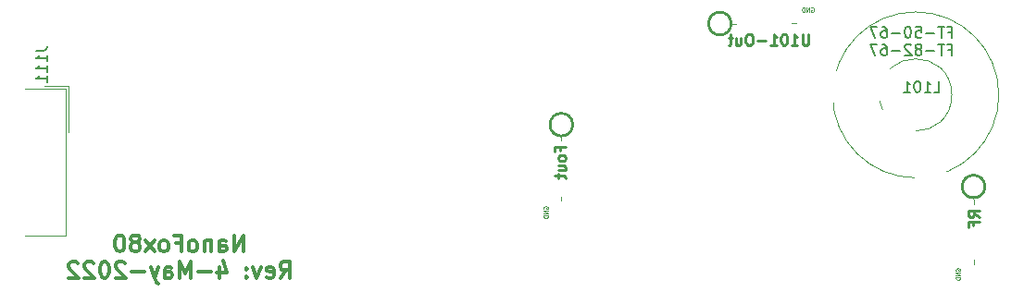
<source format=gbo>
%TF.GenerationSoftware,KiCad,Pcbnew,(6.0.4-0)*%
%TF.CreationDate,2022-05-05T16:48:24-04:00*%
%TF.ProjectId,NanoFox80,4e616e6f-466f-4783-9830-2e6b69636164,rev?*%
%TF.SameCoordinates,Original*%
%TF.FileFunction,Legend,Bot*%
%TF.FilePolarity,Positive*%
%FSLAX46Y46*%
G04 Gerber Fmt 4.6, Leading zero omitted, Abs format (unit mm)*
G04 Created by KiCad (PCBNEW (6.0.4-0)) date 2022-05-05 16:48:24*
%MOMM*%
%LPD*%
G01*
G04 APERTURE LIST*
G04 Aperture macros list*
%AMRotRect*
0 Rectangle, with rotation*
0 The origin of the aperture is its center*
0 $1 length*
0 $2 width*
0 $3 Rotation angle, in degrees counterclockwise*
0 Add horizontal line*
21,1,$1,$2,0,0,$3*%
G04 Aperture macros list end*
%ADD10C,0.150000*%
%ADD11C,0.250000*%
%ADD12C,0.300000*%
%ADD13C,0.100000*%
%ADD14C,0.120000*%
%ADD15C,1.700000*%
%ADD16O,1.700000X1.700000*%
%ADD17R,1.700000X1.700000*%
%ADD18R,5.000000X5.000000*%
%ADD19C,0.600000*%
%ADD20C,1.524000*%
%ADD21C,0.800000*%
%ADD22C,3.200000*%
%ADD23C,3.000000*%
%ADD24R,5.760000X0.595000*%
%ADD25RotRect,3.000000X3.000000X25.000000*%
%ADD26R,3.480000X1.846667*%
G04 APERTURE END LIST*
D10*
X164710952Y-62563571D02*
X165044285Y-62563571D01*
X165044285Y-63087380D02*
X165044285Y-62087380D01*
X164568095Y-62087380D01*
X164330000Y-62087380D02*
X163758571Y-62087380D01*
X164044285Y-63087380D02*
X164044285Y-62087380D01*
X163425238Y-62706428D02*
X162663333Y-62706428D01*
X161710952Y-62087380D02*
X162187142Y-62087380D01*
X162234761Y-62563571D01*
X162187142Y-62515952D01*
X162091904Y-62468333D01*
X161853809Y-62468333D01*
X161758571Y-62515952D01*
X161710952Y-62563571D01*
X161663333Y-62658809D01*
X161663333Y-62896904D01*
X161710952Y-62992142D01*
X161758571Y-63039761D01*
X161853809Y-63087380D01*
X162091904Y-63087380D01*
X162187142Y-63039761D01*
X162234761Y-62992142D01*
X161044285Y-62087380D02*
X160949047Y-62087380D01*
X160853809Y-62135000D01*
X160806190Y-62182619D01*
X160758571Y-62277857D01*
X160710952Y-62468333D01*
X160710952Y-62706428D01*
X160758571Y-62896904D01*
X160806190Y-62992142D01*
X160853809Y-63039761D01*
X160949047Y-63087380D01*
X161044285Y-63087380D01*
X161139523Y-63039761D01*
X161187142Y-62992142D01*
X161234761Y-62896904D01*
X161282380Y-62706428D01*
X161282380Y-62468333D01*
X161234761Y-62277857D01*
X161187142Y-62182619D01*
X161139523Y-62135000D01*
X161044285Y-62087380D01*
X160282380Y-62706428D02*
X159520476Y-62706428D01*
X158615714Y-62087380D02*
X158806190Y-62087380D01*
X158901428Y-62135000D01*
X158949047Y-62182619D01*
X159044285Y-62325476D01*
X159091904Y-62515952D01*
X159091904Y-62896904D01*
X159044285Y-62992142D01*
X158996666Y-63039761D01*
X158901428Y-63087380D01*
X158710952Y-63087380D01*
X158615714Y-63039761D01*
X158568095Y-62992142D01*
X158520476Y-62896904D01*
X158520476Y-62658809D01*
X158568095Y-62563571D01*
X158615714Y-62515952D01*
X158710952Y-62468333D01*
X158901428Y-62468333D01*
X158996666Y-62515952D01*
X159044285Y-62563571D01*
X159091904Y-62658809D01*
X158187142Y-62087380D02*
X157520476Y-62087380D01*
X157949047Y-63087380D01*
X164710952Y-64173571D02*
X165044285Y-64173571D01*
X165044285Y-64697380D02*
X165044285Y-63697380D01*
X164568095Y-63697380D01*
X164330000Y-63697380D02*
X163758571Y-63697380D01*
X164044285Y-64697380D02*
X164044285Y-63697380D01*
X163425238Y-64316428D02*
X162663333Y-64316428D01*
X162044285Y-64125952D02*
X162139523Y-64078333D01*
X162187142Y-64030714D01*
X162234761Y-63935476D01*
X162234761Y-63887857D01*
X162187142Y-63792619D01*
X162139523Y-63745000D01*
X162044285Y-63697380D01*
X161853809Y-63697380D01*
X161758571Y-63745000D01*
X161710952Y-63792619D01*
X161663333Y-63887857D01*
X161663333Y-63935476D01*
X161710952Y-64030714D01*
X161758571Y-64078333D01*
X161853809Y-64125952D01*
X162044285Y-64125952D01*
X162139523Y-64173571D01*
X162187142Y-64221190D01*
X162234761Y-64316428D01*
X162234761Y-64506904D01*
X162187142Y-64602142D01*
X162139523Y-64649761D01*
X162044285Y-64697380D01*
X161853809Y-64697380D01*
X161758571Y-64649761D01*
X161710952Y-64602142D01*
X161663333Y-64506904D01*
X161663333Y-64316428D01*
X161710952Y-64221190D01*
X161758571Y-64173571D01*
X161853809Y-64125952D01*
X161282380Y-63792619D02*
X161234761Y-63745000D01*
X161139523Y-63697380D01*
X160901428Y-63697380D01*
X160806190Y-63745000D01*
X160758571Y-63792619D01*
X160710952Y-63887857D01*
X160710952Y-63983095D01*
X160758571Y-64125952D01*
X161330000Y-64697380D01*
X160710952Y-64697380D01*
X160282380Y-64316428D02*
X159520476Y-64316428D01*
X158615714Y-63697380D02*
X158806190Y-63697380D01*
X158901428Y-63745000D01*
X158949047Y-63792619D01*
X159044285Y-63935476D01*
X159091904Y-64125952D01*
X159091904Y-64506904D01*
X159044285Y-64602142D01*
X158996666Y-64649761D01*
X158901428Y-64697380D01*
X158710952Y-64697380D01*
X158615714Y-64649761D01*
X158568095Y-64602142D01*
X158520476Y-64506904D01*
X158520476Y-64268809D01*
X158568095Y-64173571D01*
X158615714Y-64125952D01*
X158710952Y-64078333D01*
X158901428Y-64078333D01*
X158996666Y-64125952D01*
X159044285Y-64173571D01*
X159091904Y-64268809D01*
X158187142Y-63697380D02*
X157520476Y-63697380D01*
X157949047Y-64697380D01*
D11*
X151905238Y-62762380D02*
X151905238Y-63571904D01*
X151857619Y-63667142D01*
X151810000Y-63714761D01*
X151714761Y-63762380D01*
X151524285Y-63762380D01*
X151429047Y-63714761D01*
X151381428Y-63667142D01*
X151333809Y-63571904D01*
X151333809Y-62762380D01*
X150333809Y-63762380D02*
X150905238Y-63762380D01*
X150619523Y-63762380D02*
X150619523Y-62762380D01*
X150714761Y-62905238D01*
X150810000Y-63000476D01*
X150905238Y-63048095D01*
X149714761Y-62762380D02*
X149619523Y-62762380D01*
X149524285Y-62810000D01*
X149476666Y-62857619D01*
X149429047Y-62952857D01*
X149381428Y-63143333D01*
X149381428Y-63381428D01*
X149429047Y-63571904D01*
X149476666Y-63667142D01*
X149524285Y-63714761D01*
X149619523Y-63762380D01*
X149714761Y-63762380D01*
X149810000Y-63714761D01*
X149857619Y-63667142D01*
X149905238Y-63571904D01*
X149952857Y-63381428D01*
X149952857Y-63143333D01*
X149905238Y-62952857D01*
X149857619Y-62857619D01*
X149810000Y-62810000D01*
X149714761Y-62762380D01*
X148429047Y-63762380D02*
X149000476Y-63762380D01*
X148714761Y-63762380D02*
X148714761Y-62762380D01*
X148810000Y-62905238D01*
X148905238Y-63000476D01*
X149000476Y-63048095D01*
X148000476Y-63381428D02*
X147238571Y-63381428D01*
X146571904Y-62762380D02*
X146381428Y-62762380D01*
X146286190Y-62810000D01*
X146190952Y-62905238D01*
X146143333Y-63095714D01*
X146143333Y-63429047D01*
X146190952Y-63619523D01*
X146286190Y-63714761D01*
X146381428Y-63762380D01*
X146571904Y-63762380D01*
X146667142Y-63714761D01*
X146762380Y-63619523D01*
X146810000Y-63429047D01*
X146810000Y-63095714D01*
X146762380Y-62905238D01*
X146667142Y-62810000D01*
X146571904Y-62762380D01*
X145286190Y-63095714D02*
X145286190Y-63762380D01*
X145714761Y-63095714D02*
X145714761Y-63619523D01*
X145667142Y-63714761D01*
X145571904Y-63762380D01*
X145429047Y-63762380D01*
X145333809Y-63714761D01*
X145286190Y-63667142D01*
X144952857Y-63095714D02*
X144571904Y-63095714D01*
X144810000Y-62762380D02*
X144810000Y-63619523D01*
X144762380Y-63714761D01*
X144667142Y-63762380D01*
X144571904Y-63762380D01*
D12*
X100211428Y-82691071D02*
X100211428Y-81191071D01*
X99354285Y-82691071D01*
X99354285Y-81191071D01*
X97997142Y-82691071D02*
X97997142Y-81905357D01*
X98068571Y-81762500D01*
X98211428Y-81691071D01*
X98497142Y-81691071D01*
X98640000Y-81762500D01*
X97997142Y-82619642D02*
X98140000Y-82691071D01*
X98497142Y-82691071D01*
X98640000Y-82619642D01*
X98711428Y-82476785D01*
X98711428Y-82333928D01*
X98640000Y-82191071D01*
X98497142Y-82119642D01*
X98140000Y-82119642D01*
X97997142Y-82048214D01*
X97282857Y-81691071D02*
X97282857Y-82691071D01*
X97282857Y-81833928D02*
X97211428Y-81762500D01*
X97068571Y-81691071D01*
X96854285Y-81691071D01*
X96711428Y-81762500D01*
X96640000Y-81905357D01*
X96640000Y-82691071D01*
X95711428Y-82691071D02*
X95854285Y-82619642D01*
X95925714Y-82548214D01*
X95997142Y-82405357D01*
X95997142Y-81976785D01*
X95925714Y-81833928D01*
X95854285Y-81762500D01*
X95711428Y-81691071D01*
X95497142Y-81691071D01*
X95354285Y-81762500D01*
X95282857Y-81833928D01*
X95211428Y-81976785D01*
X95211428Y-82405357D01*
X95282857Y-82548214D01*
X95354285Y-82619642D01*
X95497142Y-82691071D01*
X95711428Y-82691071D01*
X94068571Y-81905357D02*
X94568571Y-81905357D01*
X94568571Y-82691071D02*
X94568571Y-81191071D01*
X93854285Y-81191071D01*
X93068571Y-82691071D02*
X93211428Y-82619642D01*
X93282857Y-82548214D01*
X93354285Y-82405357D01*
X93354285Y-81976785D01*
X93282857Y-81833928D01*
X93211428Y-81762500D01*
X93068571Y-81691071D01*
X92854285Y-81691071D01*
X92711428Y-81762500D01*
X92640000Y-81833928D01*
X92568571Y-81976785D01*
X92568571Y-82405357D01*
X92640000Y-82548214D01*
X92711428Y-82619642D01*
X92854285Y-82691071D01*
X93068571Y-82691071D01*
X92068571Y-82691071D02*
X91282857Y-81691071D01*
X92068571Y-81691071D02*
X91282857Y-82691071D01*
X90497142Y-81833928D02*
X90640000Y-81762500D01*
X90711428Y-81691071D01*
X90782857Y-81548214D01*
X90782857Y-81476785D01*
X90711428Y-81333928D01*
X90640000Y-81262500D01*
X90497142Y-81191071D01*
X90211428Y-81191071D01*
X90068571Y-81262500D01*
X89997142Y-81333928D01*
X89925714Y-81476785D01*
X89925714Y-81548214D01*
X89997142Y-81691071D01*
X90068571Y-81762500D01*
X90211428Y-81833928D01*
X90497142Y-81833928D01*
X90640000Y-81905357D01*
X90711428Y-81976785D01*
X90782857Y-82119642D01*
X90782857Y-82405357D01*
X90711428Y-82548214D01*
X90640000Y-82619642D01*
X90497142Y-82691071D01*
X90211428Y-82691071D01*
X90068571Y-82619642D01*
X89997142Y-82548214D01*
X89925714Y-82405357D01*
X89925714Y-82119642D01*
X89997142Y-81976785D01*
X90068571Y-81905357D01*
X90211428Y-81833928D01*
X88997142Y-81191071D02*
X88854285Y-81191071D01*
X88711428Y-81262500D01*
X88640000Y-81333928D01*
X88568571Y-81476785D01*
X88497142Y-81762500D01*
X88497142Y-82119642D01*
X88568571Y-82405357D01*
X88640000Y-82548214D01*
X88711428Y-82619642D01*
X88854285Y-82691071D01*
X88997142Y-82691071D01*
X89140000Y-82619642D01*
X89211428Y-82548214D01*
X89282857Y-82405357D01*
X89354285Y-82119642D01*
X89354285Y-81762500D01*
X89282857Y-81476785D01*
X89211428Y-81333928D01*
X89140000Y-81262500D01*
X88997142Y-81191071D01*
X103604285Y-85106071D02*
X104104285Y-84391785D01*
X104461428Y-85106071D02*
X104461428Y-83606071D01*
X103890000Y-83606071D01*
X103747142Y-83677500D01*
X103675714Y-83748928D01*
X103604285Y-83891785D01*
X103604285Y-84106071D01*
X103675714Y-84248928D01*
X103747142Y-84320357D01*
X103890000Y-84391785D01*
X104461428Y-84391785D01*
X102390000Y-85034642D02*
X102532857Y-85106071D01*
X102818571Y-85106071D01*
X102961428Y-85034642D01*
X103032857Y-84891785D01*
X103032857Y-84320357D01*
X102961428Y-84177500D01*
X102818571Y-84106071D01*
X102532857Y-84106071D01*
X102390000Y-84177500D01*
X102318571Y-84320357D01*
X102318571Y-84463214D01*
X103032857Y-84606071D01*
X101818571Y-84106071D02*
X101461428Y-85106071D01*
X101104285Y-84106071D01*
X100532857Y-84963214D02*
X100461428Y-85034642D01*
X100532857Y-85106071D01*
X100604285Y-85034642D01*
X100532857Y-84963214D01*
X100532857Y-85106071D01*
X100532857Y-84177500D02*
X100461428Y-84248928D01*
X100532857Y-84320357D01*
X100604285Y-84248928D01*
X100532857Y-84177500D01*
X100532857Y-84320357D01*
X98032857Y-84106071D02*
X98032857Y-85106071D01*
X98390000Y-83534642D02*
X98747142Y-84606071D01*
X97818571Y-84606071D01*
X97247142Y-84534642D02*
X96104285Y-84534642D01*
X95390000Y-85106071D02*
X95390000Y-83606071D01*
X94890000Y-84677500D01*
X94390000Y-83606071D01*
X94390000Y-85106071D01*
X93032857Y-85106071D02*
X93032857Y-84320357D01*
X93104285Y-84177500D01*
X93247142Y-84106071D01*
X93532857Y-84106071D01*
X93675714Y-84177500D01*
X93032857Y-85034642D02*
X93175714Y-85106071D01*
X93532857Y-85106071D01*
X93675714Y-85034642D01*
X93747142Y-84891785D01*
X93747142Y-84748928D01*
X93675714Y-84606071D01*
X93532857Y-84534642D01*
X93175714Y-84534642D01*
X93032857Y-84463214D01*
X92461428Y-84106071D02*
X92104285Y-85106071D01*
X91747142Y-84106071D02*
X92104285Y-85106071D01*
X92247142Y-85463214D01*
X92318571Y-85534642D01*
X92461428Y-85606071D01*
X91175714Y-84534642D02*
X90032857Y-84534642D01*
X89390000Y-83748928D02*
X89318571Y-83677500D01*
X89175714Y-83606071D01*
X88818571Y-83606071D01*
X88675714Y-83677500D01*
X88604285Y-83748928D01*
X88532857Y-83891785D01*
X88532857Y-84034642D01*
X88604285Y-84248928D01*
X89461428Y-85106071D01*
X88532857Y-85106071D01*
X87604285Y-83606071D02*
X87461428Y-83606071D01*
X87318571Y-83677500D01*
X87247142Y-83748928D01*
X87175714Y-83891785D01*
X87104285Y-84177500D01*
X87104285Y-84534642D01*
X87175714Y-84820357D01*
X87247142Y-84963214D01*
X87318571Y-85034642D01*
X87461428Y-85106071D01*
X87604285Y-85106071D01*
X87747142Y-85034642D01*
X87818571Y-84963214D01*
X87890000Y-84820357D01*
X87961428Y-84534642D01*
X87961428Y-84177500D01*
X87890000Y-83891785D01*
X87818571Y-83748928D01*
X87747142Y-83677500D01*
X87604285Y-83606071D01*
X86532857Y-83748928D02*
X86461428Y-83677500D01*
X86318571Y-83606071D01*
X85961428Y-83606071D01*
X85818571Y-83677500D01*
X85747142Y-83748928D01*
X85675714Y-83891785D01*
X85675714Y-84034642D01*
X85747142Y-84248928D01*
X86604285Y-85106071D01*
X85675714Y-85106071D01*
X85104285Y-83748928D02*
X85032857Y-83677500D01*
X84890000Y-83606071D01*
X84532857Y-83606071D01*
X84390000Y-83677500D01*
X84318571Y-83748928D01*
X84247142Y-83891785D01*
X84247142Y-84034642D01*
X84318571Y-84248928D01*
X85175714Y-85106071D01*
X84247142Y-85106071D01*
D11*
X167512380Y-79520952D02*
X167036190Y-79187619D01*
X167512380Y-78949523D02*
X166512380Y-78949523D01*
X166512380Y-79330476D01*
X166560000Y-79425714D01*
X166607619Y-79473333D01*
X166702857Y-79520952D01*
X166845714Y-79520952D01*
X166940952Y-79473333D01*
X166988571Y-79425714D01*
X167036190Y-79330476D01*
X167036190Y-78949523D01*
X166988571Y-80282857D02*
X166988571Y-79949523D01*
X167512380Y-79949523D02*
X166512380Y-79949523D01*
X166512380Y-80425714D01*
X129178571Y-73402380D02*
X129178571Y-73069047D01*
X129702380Y-73069047D02*
X128702380Y-73069047D01*
X128702380Y-73545238D01*
X129702380Y-74069047D02*
X129654761Y-73973809D01*
X129607142Y-73926190D01*
X129511904Y-73878571D01*
X129226190Y-73878571D01*
X129130952Y-73926190D01*
X129083333Y-73973809D01*
X129035714Y-74069047D01*
X129035714Y-74211904D01*
X129083333Y-74307142D01*
X129130952Y-74354761D01*
X129226190Y-74402380D01*
X129511904Y-74402380D01*
X129607142Y-74354761D01*
X129654761Y-74307142D01*
X129702380Y-74211904D01*
X129702380Y-74069047D01*
X129035714Y-75259523D02*
X129702380Y-75259523D01*
X129035714Y-74830952D02*
X129559523Y-74830952D01*
X129654761Y-74878571D01*
X129702380Y-74973809D01*
X129702380Y-75116666D01*
X129654761Y-75211904D01*
X129607142Y-75259523D01*
X129035714Y-75592857D02*
X129035714Y-75973809D01*
X128702380Y-75735714D02*
X129559523Y-75735714D01*
X129654761Y-75783333D01*
X129702380Y-75878571D01*
X129702380Y-75973809D01*
D13*
%TO.C,W103*%
X127710000Y-78775238D02*
X127690952Y-78737142D01*
X127690952Y-78680000D01*
X127710000Y-78622857D01*
X127748095Y-78584761D01*
X127786190Y-78565714D01*
X127862380Y-78546666D01*
X127919523Y-78546666D01*
X127995714Y-78565714D01*
X128033809Y-78584761D01*
X128071904Y-78622857D01*
X128090952Y-78680000D01*
X128090952Y-78718095D01*
X128071904Y-78775238D01*
X128052857Y-78794285D01*
X127919523Y-78794285D01*
X127919523Y-78718095D01*
X128090952Y-78965714D02*
X127690952Y-78965714D01*
X128090952Y-79194285D01*
X127690952Y-79194285D01*
X128090952Y-79384761D02*
X127690952Y-79384761D01*
X127690952Y-79480000D01*
X127710000Y-79537142D01*
X127748095Y-79575238D01*
X127786190Y-79594285D01*
X127862380Y-79613333D01*
X127919523Y-79613333D01*
X127995714Y-79594285D01*
X128033809Y-79575238D01*
X128071904Y-79537142D01*
X128090952Y-79480000D01*
X128090952Y-79384761D01*
%TO.C,W102*%
X165400000Y-84445238D02*
X165380952Y-84407142D01*
X165380952Y-84350000D01*
X165400000Y-84292857D01*
X165438095Y-84254761D01*
X165476190Y-84235714D01*
X165552380Y-84216666D01*
X165609523Y-84216666D01*
X165685714Y-84235714D01*
X165723809Y-84254761D01*
X165761904Y-84292857D01*
X165780952Y-84350000D01*
X165780952Y-84388095D01*
X165761904Y-84445238D01*
X165742857Y-84464285D01*
X165609523Y-84464285D01*
X165609523Y-84388095D01*
X165780952Y-84635714D02*
X165380952Y-84635714D01*
X165780952Y-84864285D01*
X165380952Y-84864285D01*
X165780952Y-85054761D02*
X165380952Y-85054761D01*
X165380952Y-85150000D01*
X165400000Y-85207142D01*
X165438095Y-85245238D01*
X165476190Y-85264285D01*
X165552380Y-85283333D01*
X165609523Y-85283333D01*
X165685714Y-85264285D01*
X165723809Y-85245238D01*
X165761904Y-85207142D01*
X165780952Y-85150000D01*
X165780952Y-85054761D01*
%TO.C,W101*%
X152164761Y-60340000D02*
X152202857Y-60320952D01*
X152260000Y-60320952D01*
X152317142Y-60340000D01*
X152355238Y-60378095D01*
X152374285Y-60416190D01*
X152393333Y-60492380D01*
X152393333Y-60549523D01*
X152374285Y-60625714D01*
X152355238Y-60663809D01*
X152317142Y-60701904D01*
X152260000Y-60720952D01*
X152221904Y-60720952D01*
X152164761Y-60701904D01*
X152145714Y-60682857D01*
X152145714Y-60549523D01*
X152221904Y-60549523D01*
X151974285Y-60720952D02*
X151974285Y-60320952D01*
X151745714Y-60720952D01*
X151745714Y-60320952D01*
X151555238Y-60720952D02*
X151555238Y-60320952D01*
X151460000Y-60320952D01*
X151402857Y-60340000D01*
X151364761Y-60378095D01*
X151345714Y-60416190D01*
X151326666Y-60492380D01*
X151326666Y-60549523D01*
X151345714Y-60625714D01*
X151364761Y-60663809D01*
X151402857Y-60701904D01*
X151460000Y-60720952D01*
X151555238Y-60720952D01*
D10*
%TO.C,L101*%
X163379047Y-68082380D02*
X163855238Y-68082380D01*
X163855238Y-67082380D01*
X162521904Y-68082380D02*
X163093333Y-68082380D01*
X162807619Y-68082380D02*
X162807619Y-67082380D01*
X162902857Y-67225238D01*
X162998095Y-67320476D01*
X163093333Y-67368095D01*
X161902857Y-67082380D02*
X161807619Y-67082380D01*
X161712380Y-67130000D01*
X161664761Y-67177619D01*
X161617142Y-67272857D01*
X161569523Y-67463333D01*
X161569523Y-67701428D01*
X161617142Y-67891904D01*
X161664761Y-67987142D01*
X161712380Y-68034761D01*
X161807619Y-68082380D01*
X161902857Y-68082380D01*
X161998095Y-68034761D01*
X162045714Y-67987142D01*
X162093333Y-67891904D01*
X162140952Y-67701428D01*
X162140952Y-67463333D01*
X162093333Y-67272857D01*
X162045714Y-67177619D01*
X161998095Y-67130000D01*
X161902857Y-67082380D01*
X160617142Y-68082380D02*
X161188571Y-68082380D01*
X160902857Y-68082380D02*
X160902857Y-67082380D01*
X160998095Y-67225238D01*
X161093333Y-67320476D01*
X161188571Y-67368095D01*
%TO.C,J111*%
X81249880Y-64254285D02*
X81964166Y-64254285D01*
X82107023Y-64206666D01*
X82202261Y-64111428D01*
X82249880Y-63968571D01*
X82249880Y-63873333D01*
X82249880Y-65254285D02*
X82249880Y-64682857D01*
X82249880Y-64968571D02*
X81249880Y-64968571D01*
X81392738Y-64873333D01*
X81487976Y-64778095D01*
X81535595Y-64682857D01*
X82249880Y-66206666D02*
X82249880Y-65635238D01*
X82249880Y-65920952D02*
X81249880Y-65920952D01*
X81392738Y-65825714D01*
X81487976Y-65730476D01*
X81535595Y-65635238D01*
X82249880Y-67159047D02*
X82249880Y-66587619D01*
X82249880Y-66873333D02*
X81249880Y-66873333D01*
X81392738Y-66778095D01*
X81487976Y-66682857D01*
X81535595Y-66587619D01*
D13*
%TO.C,W103*%
X129294600Y-72177600D02*
X129294600Y-72545900D01*
X129320000Y-77655850D02*
X129320000Y-78024150D01*
D11*
X130345442Y-71060000D02*
G75*
G03*
X130345442Y-71060000I-1038142J0D01*
G01*
D13*
%TO.C,W102*%
X167010000Y-83455850D02*
X167010000Y-83824150D01*
X167000000Y-77965850D02*
X167000000Y-78334150D01*
D11*
X168035442Y-76730000D02*
G75*
G03*
X168035442Y-76730000I-1038142J0D01*
G01*
D13*
%TO.C,W101*%
X150395850Y-61790000D02*
X150764150Y-61790000D01*
X144917600Y-61815400D02*
X145285900Y-61815400D01*
D11*
X144838142Y-61802700D02*
G75*
G03*
X144838142Y-61802700I-1038142J0D01*
G01*
D14*
%TO.C,L101*%
X165010000Y-68330000D02*
G75*
G03*
X165010000Y-68330000I-3300000J0D01*
G01*
X169310000Y-68330000D02*
G75*
G03*
X169310000Y-68330000I-7600000J0D01*
G01*
%TO.C,J111*%
X84000000Y-81223333D02*
X80260000Y-81223333D01*
X80260000Y-67776667D02*
X84000000Y-67776667D01*
X84240000Y-67536667D02*
X84240000Y-71730000D01*
X84000000Y-67776667D02*
X84000000Y-81223333D01*
X82000000Y-67536667D02*
X84240000Y-67536667D01*
%TD*%
%LPC*%
D15*
%TO.C,J107*%
X142170000Y-68880000D03*
D16*
X144710000Y-68880000D03*
%TD*%
D17*
%TO.C,J109*%
X115300000Y-59435000D03*
D16*
X112760000Y-59435000D03*
%TD*%
D18*
%TO.C,W308*%
X102020000Y-59187500D03*
%TD*%
D17*
%TO.C,BT101*%
X95510000Y-74030000D03*
D16*
X95510000Y-76570000D03*
%TD*%
D19*
%TO.C,W103*%
X129320000Y-71060000D03*
D20*
X129320000Y-71060000D03*
X129320000Y-79060000D03*
D19*
X129320000Y-79060000D03*
%TD*%
D21*
%TO.C,SW101*%
X107620000Y-91780000D03*
%TD*%
D17*
%TO.C,J106*%
X144900000Y-77130000D03*
D16*
X142360000Y-77130000D03*
%TD*%
D15*
%TO.C,J110*%
X102800000Y-64785000D03*
D16*
X102800000Y-67325000D03*
%TD*%
D15*
%TO.C,J104*%
X128410000Y-63310000D03*
D16*
X128410000Y-65850000D03*
%TD*%
D22*
%TO.C,REF\u002A\u002A*%
X166400000Y-59600000D03*
%TD*%
D17*
%TO.C,AE101*%
X164310000Y-82635000D03*
D16*
X164310000Y-80095000D03*
%TD*%
D20*
%TO.C,W102*%
X167010000Y-76730000D03*
D19*
X167010000Y-76730000D03*
X167010000Y-84730000D03*
D20*
X167010000Y-84730000D03*
%TD*%
D22*
%TO.C,REF\u002A\u002A*%
X166400000Y-89400000D03*
%TD*%
D17*
%TO.C,J112*%
X106280000Y-87060000D03*
D16*
X108820000Y-87060000D03*
%TD*%
D15*
%TO.C,J108*%
X144770000Y-65310000D03*
%TD*%
D20*
%TO.C,W101*%
X143800000Y-61790000D03*
D19*
X143800000Y-61790000D03*
X151800000Y-61790000D03*
D20*
X151800000Y-61790000D03*
%TD*%
D18*
%TO.C,W308*%
X155690000Y-90147500D03*
%TD*%
D17*
%TO.C,J113*%
X115360000Y-85005000D03*
D16*
X112820000Y-85005000D03*
%TD*%
D17*
%TO.C,J114*%
X136140000Y-79755000D03*
D16*
X138680000Y-79755000D03*
%TD*%
D15*
%TO.C,J103*%
X128500000Y-58640000D03*
%TD*%
D22*
%TO.C,REF\u002A\u002A*%
X83600000Y-89400000D03*
%TD*%
D17*
%TO.C,J115*%
X121190000Y-69475000D03*
D16*
X118650000Y-69475000D03*
%TD*%
D17*
%TO.C,J101*%
X147460000Y-59140000D03*
D16*
X147460000Y-61680000D03*
%TD*%
D22*
%TO.C,REF\u002A\u002A*%
X83600000Y-59600000D03*
%TD*%
D17*
%TO.C,J105*%
X132085000Y-62490000D03*
D16*
X132085000Y-65030000D03*
%TD*%
D23*
%TO.C,L101*%
X163040000Y-75740000D03*
X154380000Y-67620000D03*
X158790000Y-67460000D03*
D24*
X156690000Y-67530000D03*
D25*
X159870000Y-70820000D03*
%TD*%
D26*
%TO.C,J111*%
X82000000Y-68960000D03*
X82000000Y-71730000D03*
X82000000Y-74500000D03*
X82000000Y-77270000D03*
X82000000Y-80040000D03*
%TD*%
M02*

</source>
